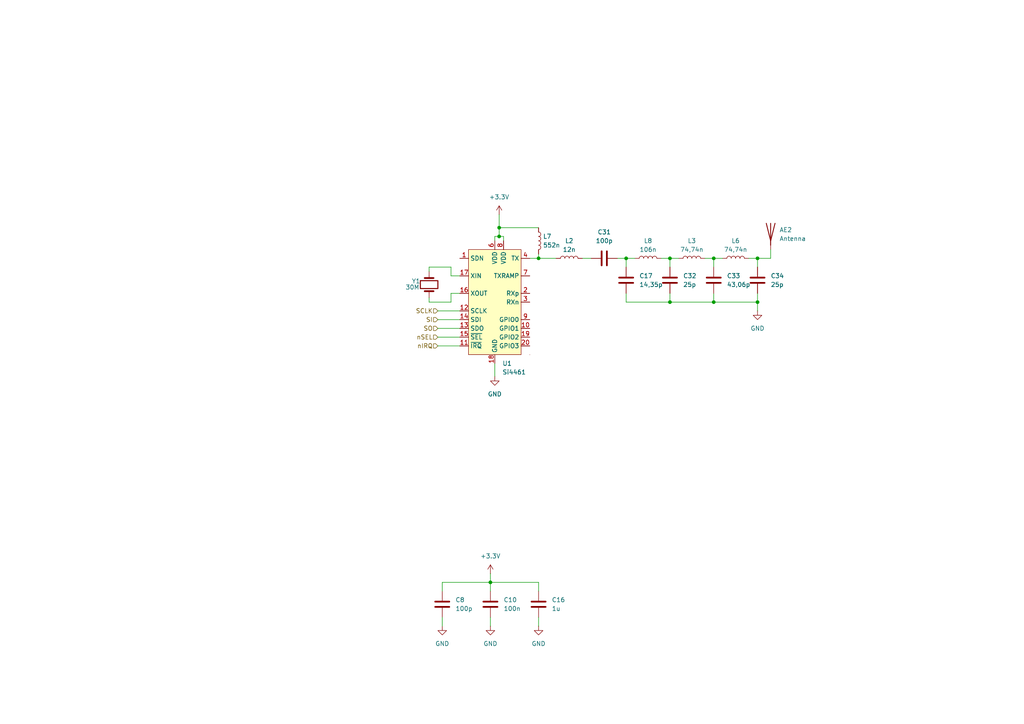
<source format=kicad_sch>
(kicad_sch (version 20231120) (generator "eeschema") (generator_version "8.0")
  (paper "A4")
  (lib_symbols
    (symbol "Device:Antenna" (pin_numbers hide) (pin_names (offset 1.016) hide)
      (property "Reference" "AE" (at -1.905 1.905 0))
      (property "Value" "Antenna" (at -1.905 0 0))
      (symbol "Antenna_0_1"
        (polyline (pts (xy 0 2.54) (xy 0 -3.81)) (stroke (width 0.254)))
        (polyline (pts (xy 1.27 2.54) (xy 0 -2.54) (xy -1.27 2.54)) (stroke (width 0.254)))
      )
      (symbol "Antenna_1_1"
        (pin input line (at 0 -5.08 90) (length 2.54) (name "A") (number "1"))
      )
    )
    (symbol "Device:C" (pin_numbers hide) (pin_names (offset 0.254))
      (property "Reference" "C" (at 0.635 2.54 0))
      (property "Value" "C" (at 0.635 -2.54 0))
      (symbol "C_0_1"
        (polyline (pts (xy -2.032 -0.762) (xy 2.032 -0.762)) (stroke (width 0.508)))
        (polyline (pts (xy -2.032 0.762) (xy 2.032 0.762)) (stroke (width 0.508)))
      )
      (symbol "C_1_1"
        (pin passive line (at 0 3.81 270) (length 2.794) (name "~") (number "1"))
        (pin passive line (at 0 -3.81 90) (length 2.794) (name "~") (number "2"))
      )
    )
    (symbol "Device:Crystal" (pin_numbers hide) (pin_names (offset 1.016) hide)
      (property "Reference" "Y" (at 0 3.81 0))
      (property "Value" "Crystal" (at 0 -3.81 0))
      (symbol "Crystal_0_1"
        (rectangle (start -1.143 2.54) (end 1.143 -2.54) (stroke (width 0.3048)))
        (polyline (pts (xy -2.54 0) (xy -1.905 0)))
        (polyline (pts (xy -1.905 -1.27) (xy -1.905 1.27)) (stroke (width 0.508)))
        (polyline (pts (xy 1.905 -1.27) (xy 1.905 1.27)) (stroke (width 0.508)))
        (polyline (pts (xy 2.54 0) (xy 1.905 0)))
      )
      (symbol "Crystal_1_1"
        (pin passive line (at -3.81 0 0) (length 1.27) (name "1") (number "1"))
        (pin passive line (at 3.81 0 180) (length 1.27) (name "2") (number "2"))
      )
    )
    (symbol "Device:L" (pin_numbers hide) (pin_names (offset 1.016) hide)
      (property "Reference" "L" (at -1.27 0 90))
      (property "Value" "L" (at 1.905 0 90))
      (symbol "L_0_1"
        (arc (start 0 -2.54) (mid 0.6323 -1.905) (end 0 -1.27))
        (arc (start 0 -1.27) (mid 0.6323 -0.635) (end 0 0))
        (arc (start 0 0) (mid 0.6323 0.635) (end 0 1.27))
        (arc (start 0 1.27) (mid 0.6323 1.905) (end 0 2.54))
      )
      (symbol "L_1_1"
        (pin passive line (at 0 3.81 270) (length 1.27) (name "1") (number "1"))
        (pin passive line (at 0 -3.81 90) (length 1.27) (name "2") (number "2"))
      )
    )
    (symbol "RF:Si4461"
      (property "Reference" "U" (at -6.35 16.51 0))
      (property "Value" "Si4461" (at 6.35 16.51 0))
      (symbol "Si4461_0_1"
        (rectangle (start -7.62 15.24) (end 7.62 -15.24) (fill (type background)))
        (rectangle (start 10.16 -15.24) (end 10.16 -15.24))
      )
      (symbol "Si4461_1_1"
        (pin input line (at -10.16 12.7 0) (length 2.54) (name "SDN") (number "1"))
        (pin bidirectional line (at 10.16 -7.62 180) (length 2.54) (name "GPIO1") (number "10"))
        (pin open_collector line (at -10.16 -12.7 0) (length 2.54) (name "~{IRQ}") (number "11"))
        (pin input line (at -10.16 -2.54 0) (length 2.54) (name "SCLK") (number "12"))
        (pin output line (at -10.16 -7.62 0) (length 2.54) (name "SDO") (number "13"))
        (pin input line (at -10.16 -5.08 0) (length 2.54) (name "SDI") (number "14"))
        (pin input line (at -10.16 -10.16 0) (length 2.54) (name "~{SEL}") (number "15"))
        (pin passive line (at -10.16 2.54 0) (length 2.54) (name "XOUT") (number "16"))
        (pin input line (at -10.16 7.62 0) (length 2.54) (name "XIN") (number "17"))
        (pin power_in line (at 0 -17.78 90) (length 2.54) (name "GND") (number "18"))
        (pin bidirectional line (at 10.16 -10.16 180) (length 2.54) (name "GPIO2") (number "19"))
        (pin input line (at 10.16 2.54 180) (length 2.54) (name "RXp") (number "2"))
        (pin bidirectional line (at 10.16 -12.7 180) (length 2.54) (name "GPIO3") (number "20"))
        (pin passive line (at 0 -17.78 90) (length 2.54) hide (name "GND") (number "21"))
        (pin input line (at 10.16 0 180) (length 2.54) (name "RXn") (number "3"))
        (pin output line (at 10.16 12.7 180) (length 2.54) (name "TX") (number "4"))
        (pin no_connect line (at 7.62 -15.24 180) (length 2.54) hide (name "NC") (number "5"))
        (pin power_in line (at 0 17.78 270) (length 2.54) (name "VDD") (number "6"))
        (pin output line (at 10.16 7.62 180) (length 2.54) (name "TXRAMP") (number "7"))
        (pin power_in line (at 2.54 17.78 270) (length 2.54) (name "VDD") (number "8"))
        (pin bidirectional line (at 10.16 -5.08 180) (length 2.54) (name "GPIO0") (number "9"))
      )
    )
    (symbol "power:+3.3V" (power) (pin_numbers hide) (pin_names (offset 0) hide)
      (property "Value" "+3.3V" (at 0 3.556 0))
      (symbol "+3.3V_0_1"
        (polyline (pts (xy -0.762 1.27) (xy 0 2.54)))
        (polyline (pts (xy 0 0) (xy 0 2.54)))
        (polyline (pts (xy 0 2.54) (xy 0.762 1.27)))
      )
      (symbol "+3.3V_1_1"
        (pin power_in line (at 0 0 90) (length 0) (name "~") (number "1"))
      )
    )
    (symbol "power:GND" (power) (pin_numbers hide) (pin_names (offset 0) hide)
      (property "Value" "GND" (at 0 -3.81 0))
      (symbol "GND_0_1"
        (polyline (pts (xy 0 0) (xy 0 -1.27) (xy 1.27 -1.27) (xy 0 -2.54) (xy -1.27 -1.27) (xy 0 -1.27)))
      )
      (symbol "GND_1_1"
        (pin power_in line (at 0 0 270) (length 0) (name "~") (number "1"))
      )
    )
  )
  (junction (at 194.31 87.63))
  (junction (at 207.01 74.93))
  (junction (at 144.78 66.04))
  (junction (at 142.24 168.91))
  (junction (at 194.31 74.93))
  (junction (at 219.71 74.93))
  (junction (at 207.01 87.63))
  (junction (at 181.61 74.93))
  (junction (at 219.71 87.63))
  (junction (at 144.78 68.58))
  (junction (at 156.21 74.93))
  (wire (pts (xy 144.78 66.04) (xy 156.21 66.04)))
  (wire (pts (xy 127 95.25) (xy 133.35 95.25)))
  (wire (pts (xy 133.35 80.01) (xy 130.81 80.01)))
  (wire (pts (xy 142.24 168.91) (xy 142.24 171.45)))
  (wire (pts (xy 127 100.33) (xy 133.35 100.33)))
  (wire (pts (xy 130.81 87.63) (xy 124.46 87.63)))
  (wire (pts (xy 143.51 105.41) (xy 143.51 109.22)))
  (wire (pts (xy 128.27 168.91) (xy 142.24 168.91)))
  (wire (pts (xy 156.21 179.07) (xy 156.21 181.61)))
  (wire (pts (xy 156.21 73.66) (xy 156.21 74.93)))
  (wire (pts (xy 219.71 87.63) (xy 219.71 90.17)))
  (wire (pts (xy 142.24 166.37) (xy 142.24 168.91)))
  (wire (pts (xy 142.24 168.91) (xy 156.21 168.91)))
  (wire (pts (xy 181.61 74.93) (xy 184.15 74.93)))
  (wire (pts (xy 156.21 171.45) (xy 156.21 168.91)))
  (wire (pts (xy 219.71 85.09) (xy 219.71 87.63)))
  (wire (pts (xy 181.61 85.09) (xy 181.61 87.63)))
  (wire (pts (xy 127 97.79) (xy 133.35 97.79)))
  (wire (pts (xy 207.01 74.93) (xy 209.55 74.93)))
  (wire (pts (xy 153.67 74.93) (xy 156.21 74.93)))
  (wire (pts (xy 144.78 68.58) (xy 146.05 68.58)))
  (wire (pts (xy 181.61 87.63) (xy 194.31 87.63)))
  (wire (pts (xy 124.46 87.63) (xy 124.46 86.36)))
  (wire (pts (xy 207.01 87.63) (xy 207.01 85.09)))
  (wire (pts (xy 146.05 68.58) (xy 146.05 69.85)))
  (wire (pts (xy 144.78 66.04) (xy 144.78 68.58)))
  (wire (pts (xy 179.07 74.93) (xy 181.61 74.93)))
  (wire (pts (xy 130.81 80.01) (xy 130.81 77.47)))
  (wire (pts (xy 128.27 171.45) (xy 128.27 168.91)))
  (wire (pts (xy 124.46 77.47) (xy 124.46 78.74)))
  (wire (pts (xy 219.71 74.93) (xy 223.52 74.93)))
  (wire (pts (xy 217.17 74.93) (xy 219.71 74.93)))
  (wire (pts (xy 204.47 74.93) (xy 207.01 74.93)))
  (wire (pts (xy 168.91 74.93) (xy 171.45 74.93)))
  (wire (pts (xy 127 92.71) (xy 133.35 92.71)))
  (wire (pts (xy 191.77 74.93) (xy 194.31 74.93)))
  (wire (pts (xy 219.71 74.93) (xy 219.71 77.47)))
  (wire (pts (xy 143.51 69.85) (xy 143.51 68.58)))
  (wire (pts (xy 144.78 62.23) (xy 144.78 66.04)))
  (wire (pts (xy 133.35 85.09) (xy 130.81 85.09)))
  (wire (pts (xy 219.71 87.63) (xy 207.01 87.63)))
  (wire (pts (xy 194.31 74.93) (xy 196.85 74.93)))
  (wire (pts (xy 130.81 77.47) (xy 124.46 77.47)))
  (wire (pts (xy 127 90.17) (xy 133.35 90.17)))
  (wire (pts (xy 194.31 74.93) (xy 194.31 77.47)))
  (wire (pts (xy 223.52 72.39) (xy 223.52 74.93)))
  (wire (pts (xy 194.31 87.63) (xy 207.01 87.63)))
  (wire (pts (xy 130.81 85.09) (xy 130.81 87.63)))
  (wire (pts (xy 143.51 68.58) (xy 144.78 68.58)))
  (wire (pts (xy 207.01 74.93) (xy 207.01 77.47)))
  (wire (pts (xy 142.24 179.07) (xy 142.24 181.61)))
  (wire (pts (xy 128.27 179.07) (xy 128.27 181.61)))
  (wire (pts (xy 194.31 85.09) (xy 194.31 87.63)))
  (wire (pts (xy 181.61 74.93) (xy 181.61 77.47)))
  (wire (pts (xy 156.21 74.93) (xy 161.29 74.93)))
  (hierarchical_label "nSEL" (shape input) (at 127 97.79 180))
  (hierarchical_label "SCLK" (shape input) (at 127 90.17 180))
  (hierarchical_label "nIRQ" (shape input) (at 127 100.33 180))
  (hierarchical_label "SO" (shape input) (at 127 95.25 180))
  (hierarchical_label "SI" (shape input) (at 127 92.71 180))
  (symbol (lib_id "Device:L") (at 213.36 74.93 90) (unit 1)
    (property "Reference" "L6" (at 213.36 69.85 90))
    (property "Value" "74,74n" (at 213.36 72.39 90))
    (property "Footprint" "Inductor_SMD:L_0603_1608Metric_Pad1.05x0.95mm_HandSolder" (effects (hide yes)))
    (property "Description" "Inductor" (effects (hide yes)))
  )
  (symbol (lib_id "Device:L") (at 187.96 74.93 90) (unit 1)
    (property "Reference" "L8" (at 187.96 69.85 90))
    (property "Value" "106n" (at 187.96 72.39 90))
    (property "Footprint" "Inductor_SMD:L_0603_1608Metric_Pad1.05x0.95mm_HandSolder" (effects (hide yes)))
    (property "Description" "Inductor" (effects (hide yes)))
  )
  (symbol (lib_id "Device:L") (at 165.1 74.93 90) (unit 1)
    (property "Reference" "L2" (at 165.1 69.85 90))
    (property "Value" "12n" (at 165.1 72.39 90))
    (property "Footprint" "Inductor_SMD:L_0603_1608Metric_Pad1.05x0.95mm_HandSolder" (effects (hide yes)))
    (property "Description" "Inductor" (effects (hide yes)))
  )
  (symbol (lib_id "Device:C") (at 219.71 81.28 180) (unit 1)
    (property "Reference" "C34" (at 223.52 80.0099 0) (effects (justify right)))
    (property "Value" "25p" (at 223.52 82.5499 0) (effects (justify right)))
    (property "Footprint" "Capacitor_SMD:C_0603_1608Metric_Pad1.08x0.95mm_HandSolder" (effects (hide yes)))
    (property "Description" "Unpolarized capacitor" (effects (hide yes)))
  )
  (symbol (lib_id "Device:Antenna") (at 223.52 67.31 0) (unit 1)
    (property "Reference" "AE2" (at 226.06 66.6749 0) (effects (justify left)))
    (property "Value" "Antenna" (at 226.06 69.2149 0) (effects (justify left)))
    (property "Footprint" "Library:RECE20369001E01" (effects (hide yes)))
    (property "Description" "Antenna" (effects (hide yes)))
  )
  (symbol (lib_id "power:+3.3V") (at 142.24 166.37 0) (unit 1)
    (property "Reference" "#PWR052" (effects (hide yes)))
    (property "Value" "+3.3V" (at 142.24 161.29 0))
    (property "Description" "Power symbol creates a global label with name \"+3.3V\"" (effects (hide yes)))
  )
  (symbol (lib_id "power:+3.3V") (at 144.78 62.23 0) (unit 1)
    (property "Reference" "#PWR015" (effects (hide yes)))
    (property "Value" "+3.3V" (at 144.78 57.15 0))
    (property "Description" "Power symbol creates a global label with name \"+3.3V\"" (effects (hide yes)))
  )
  (symbol (lib_id "Device:C") (at 156.21 175.26 0) (unit 1)
    (property "Reference" "C16" (at 160.02 173.9899 0) (effects (justify left)))
    (property "Value" "1u" (at 160.02 176.5299 0) (effects (justify left)))
    (property "Footprint" "Capacitor_SMD:C_0603_1608Metric_Pad1.08x0.95mm_HandSolder" (effects (hide yes)))
    (property "Description" "Unpolarized capacitor" (effects (hide yes)))
  )
  (symbol (lib_id "Device:L") (at 200.66 74.93 90) (unit 1)
    (property "Reference" "L3" (at 200.66 69.85 90))
    (property "Value" "74,74n" (at 200.66 72.39 90))
    (property "Footprint" "Inductor_SMD:L_0603_1608Metric_Pad1.05x0.95mm_HandSolder" (effects (hide yes)))
    (property "Description" "Inductor" (effects (hide yes)))
  )
  (symbol (lib_id "Device:Crystal") (at 124.46 82.55 90) (mirror x) (unit 1)
    (property "Reference" "Y1" (at 121.92 81.534 90) (effects (justify left)))
    (property "Value" "30M" (at 121.666 83.312 90) (effects (justify left)))
    (property "Footprint" "Library:ECS3002030BDUTR" (effects (hide yes)))
    (property "Description" "Two pin crystal" (effects (hide yes)))
  )
  (symbol (lib_id "power:GND") (at 143.51 109.22 0) (unit 1)
    (property "Reference" "#PWR053" (effects (hide yes)))
    (property "Value" "GND" (at 143.51 114.3 0))
    (property "Description" "Power symbol creates a global label with name \"GND\" , ground" (effects (hide yes)))
  )
  (symbol (lib_id "RF:Si4461") (at 143.51 87.63 0) (unit 1)
    (property "Reference" "U1" (at 145.7041 105.41 0) (effects (justify left)))
    (property "Value" "Si4461" (at 145.7041 107.95 0) (effects (justify left)))
    (property "Footprint" "Package_DFN_QFN:QFN-20-1EP_4x4mm_P0.5mm_EP2.6x2.6mm_ThermalVias" (effects (hide yes)))
    (property "Datasheet" "https://www.silabs.com/documents/public/data-sheets/Si4464-63-61-60.pdf" (effects (hide yes)))
    (property "Description" "High-Performance, Low-Current Sub-GHz Transceiver, +16dBm, Major bands 142-1050 MHz, QFN-20" (effects (hide yes)))
  )
  (symbol (lib_id "Device:C") (at 181.61 81.28 180) (unit 1)
    (property "Reference" "C17" (at 185.42 80.0099 0) (effects (justify right)))
    (property "Value" "14,35p" (at 185.42 82.5499 0) (effects (justify right)))
    (property "Footprint" "Capacitor_SMD:C_0603_1608Metric_Pad1.08x0.95mm_HandSolder" (effects (hide yes)))
    (property "Description" "Unpolarized capacitor" (effects (hide yes)))
  )
  (symbol (lib_id "Device:C") (at 128.27 175.26 0) (unit 1)
    (property "Reference" "C8" (at 132.08 173.9899 0) (effects (justify left)))
    (property "Value" "100p" (at 132.08 176.5299 0) (effects (justify left)))
    (property "Footprint" "Capacitor_SMD:C_0603_1608Metric_Pad1.08x0.95mm_HandSolder" (effects (hide yes)))
    (property "Description" "Unpolarized capacitor" (effects (hide yes)))
  )
  (symbol (lib_id "power:GND") (at 128.27 181.61 0) (unit 1)
    (property "Reference" "#PWR016" (effects (hide yes)))
    (property "Value" "GND" (at 128.27 186.69 0))
    (property "Description" "Power symbol creates a global label with name \"GND\" , ground" (effects (hide yes)))
  )
  (symbol (lib_id "power:GND") (at 219.71 90.17 0) (unit 1)
    (property "Reference" "#PWR019" (effects (hide yes)))
    (property "Value" "GND" (at 219.71 95.25 0))
    (property "Description" "Power symbol creates a global label with name \"GND\" , ground" (effects (hide yes)))
  )
  (symbol (lib_id "Device:C") (at 142.24 175.26 0) (unit 1)
    (property "Reference" "C10" (at 146.05 173.9899 0) (effects (justify left)))
    (property "Value" "100n" (at 146.05 176.5299 0) (effects (justify left)))
    (property "Footprint" "Capacitor_SMD:C_0603_1608Metric_Pad1.08x0.95mm_HandSolder" (effects (hide yes)))
    (property "Description" "Unpolarized capacitor" (effects (hide yes)))
  )
  (symbol (lib_id "Device:L") (at 156.21 69.85 0) (unit 1)
    (property "Reference" "L7" (at 157.48 68.5799 0) (effects (justify left)))
    (property "Value" "552n" (at 157.48 71.1199 0) (effects (justify left)))
    (property "Footprint" "Inductor_SMD:L_0603_1608Metric_Pad1.05x0.95mm_HandSolder" (effects (hide yes)))
    (property "Description" "Inductor" (effects (hide yes)))
  )
  (symbol (lib_id "power:GND") (at 156.21 181.61 0) (unit 1)
    (property "Reference" "#PWR018" (effects (hide yes)))
    (property "Value" "GND" (at 156.21 186.69 0))
    (property "Description" "Power symbol creates a global label with name \"GND\" , ground" (effects (hide yes)))
  )
  (symbol (lib_id "Device:C") (at 175.26 74.93 90) (unit 1)
    (property "Reference" "C31" (at 175.26 67.31 90))
    (property "Value" "100p" (at 175.26 69.85 90))
    (property "Footprint" "Capacitor_SMD:C_0603_1608Metric_Pad1.08x0.95mm_HandSolder" (effects (hide yes)))
    (property "Description" "Unpolarized capacitor" (effects (hide yes)))
  )
  (symbol (lib_id "Device:C") (at 207.01 81.28 180) (unit 1)
    (property "Reference" "C33" (at 210.82 80.0099 0) (effects (justify right)))
    (property "Value" "43,06p" (at 210.82 82.5499 0) (effects (justify right)))
    (property "Footprint" "Capacitor_SMD:C_0603_1608Metric_Pad1.08x0.95mm_HandSolder" (effects (hide yes)))
    (property "Description" "Unpolarized capacitor" (effects (hide yes)))
  )
  (symbol (lib_id "power:GND") (at 142.24 181.61 0) (unit 1)
    (property "Reference" "#PWR014" (effects (hide yes)))
    (property "Value" "GND" (at 142.24 186.69 0))
    (property "Description" "Power symbol creates a global label with name \"GND\" , ground" (effects (hide yes)))
  )
  (symbol (lib_id "Device:C") (at 194.31 81.28 180) (unit 1)
    (property "Reference" "C32" (at 198.12 80.0099 0) (effects (justify right)))
    (property "Value" "25p" (at 198.12 82.5499 0) (effects (justify right)))
    (property "Footprint" "Capacitor_SMD:C_0603_1608Metric_Pad1.08x0.95mm_HandSolder" (effects (hide yes)))
    (property "Description" "Unpolarized capacitor" (effects (hide yes)))
  )
)
</source>
